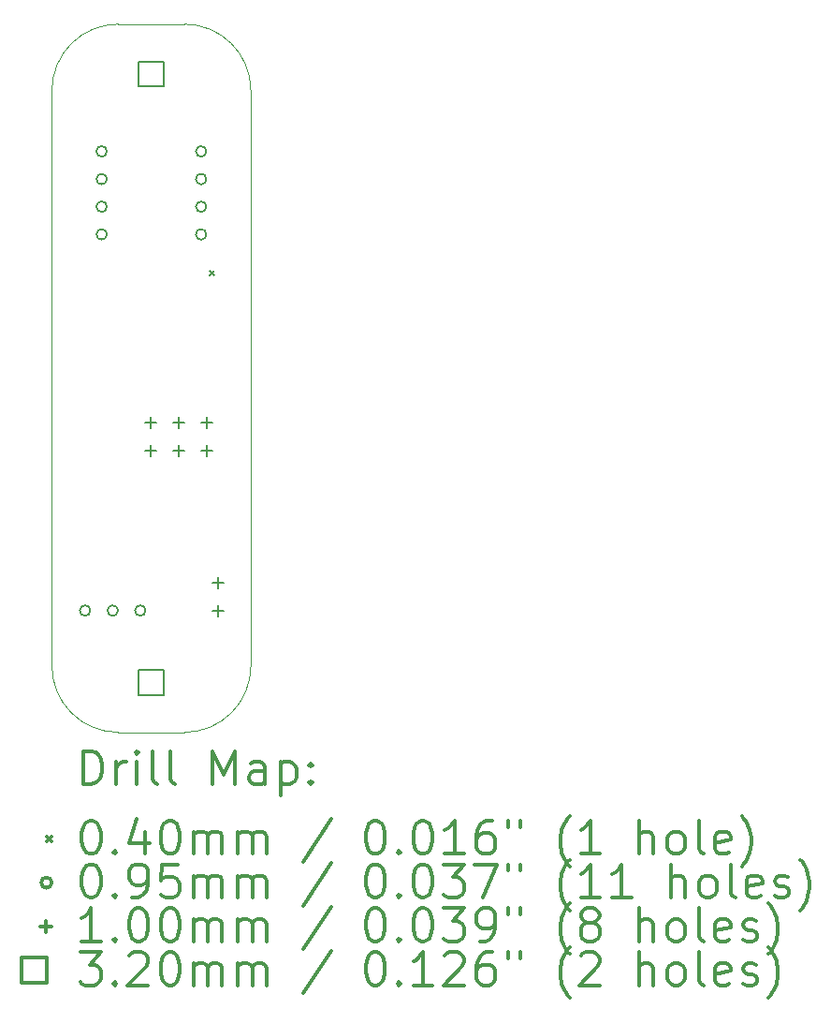
<source format=gbr>
%FSLAX45Y45*%
G04 Gerber Fmt 4.5, Leading zero omitted, Abs format (unit mm)*
G04 Created by KiCad (PCBNEW 5.1.9+dfsg1-1) date 2022-11-10 16:02:53*
%MOMM*%
%LPD*%
G01*
G04 APERTURE LIST*
%TA.AperFunction,Profile*%
%ADD10C,0.050000*%
%TD*%
%ADD11C,0.200000*%
%ADD12C,0.300000*%
G04 APERTURE END LIST*
D10*
X15300000Y-4550000D02*
G75*
G02*
X15900000Y-5150000I0J-600000D01*
G01*
X15900000Y-10350000D02*
G75*
G02*
X15300000Y-10950000I-600000J0D01*
G01*
X14700000Y-10950000D02*
G75*
G02*
X14100000Y-10350000I0J600000D01*
G01*
X14100000Y-5150000D02*
G75*
G02*
X14700000Y-4550000I600000J0D01*
G01*
X14100000Y-5150000D02*
X14100000Y-10350000D01*
X15300000Y-4550000D02*
X14700000Y-4550000D01*
X15900000Y-10350000D02*
X15900000Y-5150000D01*
X14700000Y-10950000D02*
X15300000Y-10950000D01*
D11*
X15530000Y-6780000D02*
X15570000Y-6820000D01*
X15570000Y-6780000D02*
X15530000Y-6820000D01*
X14447500Y-9850000D02*
G75*
G03*
X14447500Y-9850000I-47500J0D01*
G01*
X14597500Y-5700000D02*
G75*
G03*
X14597500Y-5700000I-47500J0D01*
G01*
X14597500Y-5950000D02*
G75*
G03*
X14597500Y-5950000I-47500J0D01*
G01*
X14597500Y-6200000D02*
G75*
G03*
X14597500Y-6200000I-47500J0D01*
G01*
X14597500Y-6450000D02*
G75*
G03*
X14597500Y-6450000I-47500J0D01*
G01*
X14697500Y-9850000D02*
G75*
G03*
X14697500Y-9850000I-47500J0D01*
G01*
X14947500Y-9850000D02*
G75*
G03*
X14947500Y-9850000I-47500J0D01*
G01*
X15497500Y-5700000D02*
G75*
G03*
X15497500Y-5700000I-47500J0D01*
G01*
X15497500Y-5950000D02*
G75*
G03*
X15497500Y-5950000I-47500J0D01*
G01*
X15497500Y-6200000D02*
G75*
G03*
X15497500Y-6200000I-47500J0D01*
G01*
X15497500Y-6450000D02*
G75*
G03*
X15497500Y-6450000I-47500J0D01*
G01*
X14992000Y-8100000D02*
X14992000Y-8200000D01*
X14942000Y-8150000D02*
X15042000Y-8150000D01*
X14992000Y-8354000D02*
X14992000Y-8454000D01*
X14942000Y-8404000D02*
X15042000Y-8404000D01*
X15246000Y-8100000D02*
X15246000Y-8200000D01*
X15196000Y-8150000D02*
X15296000Y-8150000D01*
X15246000Y-8354000D02*
X15246000Y-8454000D01*
X15196000Y-8404000D02*
X15296000Y-8404000D01*
X15500000Y-8100000D02*
X15500000Y-8200000D01*
X15450000Y-8150000D02*
X15550000Y-8150000D01*
X15500000Y-8354000D02*
X15500000Y-8454000D01*
X15450000Y-8404000D02*
X15550000Y-8404000D01*
X15600000Y-9550000D02*
X15600000Y-9650000D01*
X15550000Y-9600000D02*
X15650000Y-9600000D01*
X15600000Y-9800000D02*
X15600000Y-9900000D01*
X15550000Y-9850000D02*
X15650000Y-9850000D01*
X15113138Y-5113138D02*
X15113138Y-4886862D01*
X14886862Y-4886862D01*
X14886862Y-5113138D01*
X15113138Y-5113138D01*
X15113138Y-10613138D02*
X15113138Y-10386862D01*
X14886862Y-10386862D01*
X14886862Y-10613138D01*
X15113138Y-10613138D01*
D12*
X14383928Y-11418214D02*
X14383928Y-11118214D01*
X14455357Y-11118214D01*
X14498214Y-11132500D01*
X14526786Y-11161072D01*
X14541071Y-11189643D01*
X14555357Y-11246786D01*
X14555357Y-11289643D01*
X14541071Y-11346786D01*
X14526786Y-11375357D01*
X14498214Y-11403929D01*
X14455357Y-11418214D01*
X14383928Y-11418214D01*
X14683928Y-11418214D02*
X14683928Y-11218214D01*
X14683928Y-11275357D02*
X14698214Y-11246786D01*
X14712500Y-11232500D01*
X14741071Y-11218214D01*
X14769643Y-11218214D01*
X14869643Y-11418214D02*
X14869643Y-11218214D01*
X14869643Y-11118214D02*
X14855357Y-11132500D01*
X14869643Y-11146786D01*
X14883928Y-11132500D01*
X14869643Y-11118214D01*
X14869643Y-11146786D01*
X15055357Y-11418214D02*
X15026786Y-11403929D01*
X15012500Y-11375357D01*
X15012500Y-11118214D01*
X15212500Y-11418214D02*
X15183928Y-11403929D01*
X15169643Y-11375357D01*
X15169643Y-11118214D01*
X15555357Y-11418214D02*
X15555357Y-11118214D01*
X15655357Y-11332500D01*
X15755357Y-11118214D01*
X15755357Y-11418214D01*
X16026786Y-11418214D02*
X16026786Y-11261071D01*
X16012500Y-11232500D01*
X15983928Y-11218214D01*
X15926786Y-11218214D01*
X15898214Y-11232500D01*
X16026786Y-11403929D02*
X15998214Y-11418214D01*
X15926786Y-11418214D01*
X15898214Y-11403929D01*
X15883928Y-11375357D01*
X15883928Y-11346786D01*
X15898214Y-11318214D01*
X15926786Y-11303929D01*
X15998214Y-11303929D01*
X16026786Y-11289643D01*
X16169643Y-11218214D02*
X16169643Y-11518214D01*
X16169643Y-11232500D02*
X16198214Y-11218214D01*
X16255357Y-11218214D01*
X16283928Y-11232500D01*
X16298214Y-11246786D01*
X16312500Y-11275357D01*
X16312500Y-11361071D01*
X16298214Y-11389643D01*
X16283928Y-11403929D01*
X16255357Y-11418214D01*
X16198214Y-11418214D01*
X16169643Y-11403929D01*
X16441071Y-11389643D02*
X16455357Y-11403929D01*
X16441071Y-11418214D01*
X16426786Y-11403929D01*
X16441071Y-11389643D01*
X16441071Y-11418214D01*
X16441071Y-11232500D02*
X16455357Y-11246786D01*
X16441071Y-11261071D01*
X16426786Y-11246786D01*
X16441071Y-11232500D01*
X16441071Y-11261071D01*
X14057500Y-11892500D02*
X14097500Y-11932500D01*
X14097500Y-11892500D02*
X14057500Y-11932500D01*
X14441071Y-11748214D02*
X14469643Y-11748214D01*
X14498214Y-11762500D01*
X14512500Y-11776786D01*
X14526786Y-11805357D01*
X14541071Y-11862500D01*
X14541071Y-11933929D01*
X14526786Y-11991071D01*
X14512500Y-12019643D01*
X14498214Y-12033929D01*
X14469643Y-12048214D01*
X14441071Y-12048214D01*
X14412500Y-12033929D01*
X14398214Y-12019643D01*
X14383928Y-11991071D01*
X14369643Y-11933929D01*
X14369643Y-11862500D01*
X14383928Y-11805357D01*
X14398214Y-11776786D01*
X14412500Y-11762500D01*
X14441071Y-11748214D01*
X14669643Y-12019643D02*
X14683928Y-12033929D01*
X14669643Y-12048214D01*
X14655357Y-12033929D01*
X14669643Y-12019643D01*
X14669643Y-12048214D01*
X14941071Y-11848214D02*
X14941071Y-12048214D01*
X14869643Y-11733929D02*
X14798214Y-11948214D01*
X14983928Y-11948214D01*
X15155357Y-11748214D02*
X15183928Y-11748214D01*
X15212500Y-11762500D01*
X15226786Y-11776786D01*
X15241071Y-11805357D01*
X15255357Y-11862500D01*
X15255357Y-11933929D01*
X15241071Y-11991071D01*
X15226786Y-12019643D01*
X15212500Y-12033929D01*
X15183928Y-12048214D01*
X15155357Y-12048214D01*
X15126786Y-12033929D01*
X15112500Y-12019643D01*
X15098214Y-11991071D01*
X15083928Y-11933929D01*
X15083928Y-11862500D01*
X15098214Y-11805357D01*
X15112500Y-11776786D01*
X15126786Y-11762500D01*
X15155357Y-11748214D01*
X15383928Y-12048214D02*
X15383928Y-11848214D01*
X15383928Y-11876786D02*
X15398214Y-11862500D01*
X15426786Y-11848214D01*
X15469643Y-11848214D01*
X15498214Y-11862500D01*
X15512500Y-11891071D01*
X15512500Y-12048214D01*
X15512500Y-11891071D02*
X15526786Y-11862500D01*
X15555357Y-11848214D01*
X15598214Y-11848214D01*
X15626786Y-11862500D01*
X15641071Y-11891071D01*
X15641071Y-12048214D01*
X15783928Y-12048214D02*
X15783928Y-11848214D01*
X15783928Y-11876786D02*
X15798214Y-11862500D01*
X15826786Y-11848214D01*
X15869643Y-11848214D01*
X15898214Y-11862500D01*
X15912500Y-11891071D01*
X15912500Y-12048214D01*
X15912500Y-11891071D02*
X15926786Y-11862500D01*
X15955357Y-11848214D01*
X15998214Y-11848214D01*
X16026786Y-11862500D01*
X16041071Y-11891071D01*
X16041071Y-12048214D01*
X16626786Y-11733929D02*
X16369643Y-12119643D01*
X17012500Y-11748214D02*
X17041071Y-11748214D01*
X17069643Y-11762500D01*
X17083928Y-11776786D01*
X17098214Y-11805357D01*
X17112500Y-11862500D01*
X17112500Y-11933929D01*
X17098214Y-11991071D01*
X17083928Y-12019643D01*
X17069643Y-12033929D01*
X17041071Y-12048214D01*
X17012500Y-12048214D01*
X16983928Y-12033929D01*
X16969643Y-12019643D01*
X16955357Y-11991071D01*
X16941071Y-11933929D01*
X16941071Y-11862500D01*
X16955357Y-11805357D01*
X16969643Y-11776786D01*
X16983928Y-11762500D01*
X17012500Y-11748214D01*
X17241071Y-12019643D02*
X17255357Y-12033929D01*
X17241071Y-12048214D01*
X17226786Y-12033929D01*
X17241071Y-12019643D01*
X17241071Y-12048214D01*
X17441071Y-11748214D02*
X17469643Y-11748214D01*
X17498214Y-11762500D01*
X17512500Y-11776786D01*
X17526786Y-11805357D01*
X17541071Y-11862500D01*
X17541071Y-11933929D01*
X17526786Y-11991071D01*
X17512500Y-12019643D01*
X17498214Y-12033929D01*
X17469643Y-12048214D01*
X17441071Y-12048214D01*
X17412500Y-12033929D01*
X17398214Y-12019643D01*
X17383928Y-11991071D01*
X17369643Y-11933929D01*
X17369643Y-11862500D01*
X17383928Y-11805357D01*
X17398214Y-11776786D01*
X17412500Y-11762500D01*
X17441071Y-11748214D01*
X17826786Y-12048214D02*
X17655357Y-12048214D01*
X17741071Y-12048214D02*
X17741071Y-11748214D01*
X17712500Y-11791071D01*
X17683928Y-11819643D01*
X17655357Y-11833929D01*
X18083928Y-11748214D02*
X18026786Y-11748214D01*
X17998214Y-11762500D01*
X17983928Y-11776786D01*
X17955357Y-11819643D01*
X17941071Y-11876786D01*
X17941071Y-11991071D01*
X17955357Y-12019643D01*
X17969643Y-12033929D01*
X17998214Y-12048214D01*
X18055357Y-12048214D01*
X18083928Y-12033929D01*
X18098214Y-12019643D01*
X18112500Y-11991071D01*
X18112500Y-11919643D01*
X18098214Y-11891071D01*
X18083928Y-11876786D01*
X18055357Y-11862500D01*
X17998214Y-11862500D01*
X17969643Y-11876786D01*
X17955357Y-11891071D01*
X17941071Y-11919643D01*
X18226786Y-11748214D02*
X18226786Y-11805357D01*
X18341071Y-11748214D02*
X18341071Y-11805357D01*
X18783928Y-12162500D02*
X18769643Y-12148214D01*
X18741071Y-12105357D01*
X18726786Y-12076786D01*
X18712500Y-12033929D01*
X18698214Y-11962500D01*
X18698214Y-11905357D01*
X18712500Y-11833929D01*
X18726786Y-11791071D01*
X18741071Y-11762500D01*
X18769643Y-11719643D01*
X18783928Y-11705357D01*
X19055357Y-12048214D02*
X18883928Y-12048214D01*
X18969643Y-12048214D02*
X18969643Y-11748214D01*
X18941071Y-11791071D01*
X18912500Y-11819643D01*
X18883928Y-11833929D01*
X19412500Y-12048214D02*
X19412500Y-11748214D01*
X19541071Y-12048214D02*
X19541071Y-11891071D01*
X19526786Y-11862500D01*
X19498214Y-11848214D01*
X19455357Y-11848214D01*
X19426786Y-11862500D01*
X19412500Y-11876786D01*
X19726786Y-12048214D02*
X19698214Y-12033929D01*
X19683928Y-12019643D01*
X19669643Y-11991071D01*
X19669643Y-11905357D01*
X19683928Y-11876786D01*
X19698214Y-11862500D01*
X19726786Y-11848214D01*
X19769643Y-11848214D01*
X19798214Y-11862500D01*
X19812500Y-11876786D01*
X19826786Y-11905357D01*
X19826786Y-11991071D01*
X19812500Y-12019643D01*
X19798214Y-12033929D01*
X19769643Y-12048214D01*
X19726786Y-12048214D01*
X19998214Y-12048214D02*
X19969643Y-12033929D01*
X19955357Y-12005357D01*
X19955357Y-11748214D01*
X20226786Y-12033929D02*
X20198214Y-12048214D01*
X20141071Y-12048214D01*
X20112500Y-12033929D01*
X20098214Y-12005357D01*
X20098214Y-11891071D01*
X20112500Y-11862500D01*
X20141071Y-11848214D01*
X20198214Y-11848214D01*
X20226786Y-11862500D01*
X20241071Y-11891071D01*
X20241071Y-11919643D01*
X20098214Y-11948214D01*
X20341071Y-12162500D02*
X20355357Y-12148214D01*
X20383928Y-12105357D01*
X20398214Y-12076786D01*
X20412500Y-12033929D01*
X20426786Y-11962500D01*
X20426786Y-11905357D01*
X20412500Y-11833929D01*
X20398214Y-11791071D01*
X20383928Y-11762500D01*
X20355357Y-11719643D01*
X20341071Y-11705357D01*
X14097500Y-12308500D02*
G75*
G03*
X14097500Y-12308500I-47500J0D01*
G01*
X14441071Y-12144214D02*
X14469643Y-12144214D01*
X14498214Y-12158500D01*
X14512500Y-12172786D01*
X14526786Y-12201357D01*
X14541071Y-12258500D01*
X14541071Y-12329929D01*
X14526786Y-12387071D01*
X14512500Y-12415643D01*
X14498214Y-12429929D01*
X14469643Y-12444214D01*
X14441071Y-12444214D01*
X14412500Y-12429929D01*
X14398214Y-12415643D01*
X14383928Y-12387071D01*
X14369643Y-12329929D01*
X14369643Y-12258500D01*
X14383928Y-12201357D01*
X14398214Y-12172786D01*
X14412500Y-12158500D01*
X14441071Y-12144214D01*
X14669643Y-12415643D02*
X14683928Y-12429929D01*
X14669643Y-12444214D01*
X14655357Y-12429929D01*
X14669643Y-12415643D01*
X14669643Y-12444214D01*
X14826786Y-12444214D02*
X14883928Y-12444214D01*
X14912500Y-12429929D01*
X14926786Y-12415643D01*
X14955357Y-12372786D01*
X14969643Y-12315643D01*
X14969643Y-12201357D01*
X14955357Y-12172786D01*
X14941071Y-12158500D01*
X14912500Y-12144214D01*
X14855357Y-12144214D01*
X14826786Y-12158500D01*
X14812500Y-12172786D01*
X14798214Y-12201357D01*
X14798214Y-12272786D01*
X14812500Y-12301357D01*
X14826786Y-12315643D01*
X14855357Y-12329929D01*
X14912500Y-12329929D01*
X14941071Y-12315643D01*
X14955357Y-12301357D01*
X14969643Y-12272786D01*
X15241071Y-12144214D02*
X15098214Y-12144214D01*
X15083928Y-12287071D01*
X15098214Y-12272786D01*
X15126786Y-12258500D01*
X15198214Y-12258500D01*
X15226786Y-12272786D01*
X15241071Y-12287071D01*
X15255357Y-12315643D01*
X15255357Y-12387071D01*
X15241071Y-12415643D01*
X15226786Y-12429929D01*
X15198214Y-12444214D01*
X15126786Y-12444214D01*
X15098214Y-12429929D01*
X15083928Y-12415643D01*
X15383928Y-12444214D02*
X15383928Y-12244214D01*
X15383928Y-12272786D02*
X15398214Y-12258500D01*
X15426786Y-12244214D01*
X15469643Y-12244214D01*
X15498214Y-12258500D01*
X15512500Y-12287071D01*
X15512500Y-12444214D01*
X15512500Y-12287071D02*
X15526786Y-12258500D01*
X15555357Y-12244214D01*
X15598214Y-12244214D01*
X15626786Y-12258500D01*
X15641071Y-12287071D01*
X15641071Y-12444214D01*
X15783928Y-12444214D02*
X15783928Y-12244214D01*
X15783928Y-12272786D02*
X15798214Y-12258500D01*
X15826786Y-12244214D01*
X15869643Y-12244214D01*
X15898214Y-12258500D01*
X15912500Y-12287071D01*
X15912500Y-12444214D01*
X15912500Y-12287071D02*
X15926786Y-12258500D01*
X15955357Y-12244214D01*
X15998214Y-12244214D01*
X16026786Y-12258500D01*
X16041071Y-12287071D01*
X16041071Y-12444214D01*
X16626786Y-12129929D02*
X16369643Y-12515643D01*
X17012500Y-12144214D02*
X17041071Y-12144214D01*
X17069643Y-12158500D01*
X17083928Y-12172786D01*
X17098214Y-12201357D01*
X17112500Y-12258500D01*
X17112500Y-12329929D01*
X17098214Y-12387071D01*
X17083928Y-12415643D01*
X17069643Y-12429929D01*
X17041071Y-12444214D01*
X17012500Y-12444214D01*
X16983928Y-12429929D01*
X16969643Y-12415643D01*
X16955357Y-12387071D01*
X16941071Y-12329929D01*
X16941071Y-12258500D01*
X16955357Y-12201357D01*
X16969643Y-12172786D01*
X16983928Y-12158500D01*
X17012500Y-12144214D01*
X17241071Y-12415643D02*
X17255357Y-12429929D01*
X17241071Y-12444214D01*
X17226786Y-12429929D01*
X17241071Y-12415643D01*
X17241071Y-12444214D01*
X17441071Y-12144214D02*
X17469643Y-12144214D01*
X17498214Y-12158500D01*
X17512500Y-12172786D01*
X17526786Y-12201357D01*
X17541071Y-12258500D01*
X17541071Y-12329929D01*
X17526786Y-12387071D01*
X17512500Y-12415643D01*
X17498214Y-12429929D01*
X17469643Y-12444214D01*
X17441071Y-12444214D01*
X17412500Y-12429929D01*
X17398214Y-12415643D01*
X17383928Y-12387071D01*
X17369643Y-12329929D01*
X17369643Y-12258500D01*
X17383928Y-12201357D01*
X17398214Y-12172786D01*
X17412500Y-12158500D01*
X17441071Y-12144214D01*
X17641071Y-12144214D02*
X17826786Y-12144214D01*
X17726786Y-12258500D01*
X17769643Y-12258500D01*
X17798214Y-12272786D01*
X17812500Y-12287071D01*
X17826786Y-12315643D01*
X17826786Y-12387071D01*
X17812500Y-12415643D01*
X17798214Y-12429929D01*
X17769643Y-12444214D01*
X17683928Y-12444214D01*
X17655357Y-12429929D01*
X17641071Y-12415643D01*
X17926786Y-12144214D02*
X18126786Y-12144214D01*
X17998214Y-12444214D01*
X18226786Y-12144214D02*
X18226786Y-12201357D01*
X18341071Y-12144214D02*
X18341071Y-12201357D01*
X18783928Y-12558500D02*
X18769643Y-12544214D01*
X18741071Y-12501357D01*
X18726786Y-12472786D01*
X18712500Y-12429929D01*
X18698214Y-12358500D01*
X18698214Y-12301357D01*
X18712500Y-12229929D01*
X18726786Y-12187071D01*
X18741071Y-12158500D01*
X18769643Y-12115643D01*
X18783928Y-12101357D01*
X19055357Y-12444214D02*
X18883928Y-12444214D01*
X18969643Y-12444214D02*
X18969643Y-12144214D01*
X18941071Y-12187071D01*
X18912500Y-12215643D01*
X18883928Y-12229929D01*
X19341071Y-12444214D02*
X19169643Y-12444214D01*
X19255357Y-12444214D02*
X19255357Y-12144214D01*
X19226786Y-12187071D01*
X19198214Y-12215643D01*
X19169643Y-12229929D01*
X19698214Y-12444214D02*
X19698214Y-12144214D01*
X19826786Y-12444214D02*
X19826786Y-12287071D01*
X19812500Y-12258500D01*
X19783928Y-12244214D01*
X19741071Y-12244214D01*
X19712500Y-12258500D01*
X19698214Y-12272786D01*
X20012500Y-12444214D02*
X19983928Y-12429929D01*
X19969643Y-12415643D01*
X19955357Y-12387071D01*
X19955357Y-12301357D01*
X19969643Y-12272786D01*
X19983928Y-12258500D01*
X20012500Y-12244214D01*
X20055357Y-12244214D01*
X20083928Y-12258500D01*
X20098214Y-12272786D01*
X20112500Y-12301357D01*
X20112500Y-12387071D01*
X20098214Y-12415643D01*
X20083928Y-12429929D01*
X20055357Y-12444214D01*
X20012500Y-12444214D01*
X20283928Y-12444214D02*
X20255357Y-12429929D01*
X20241071Y-12401357D01*
X20241071Y-12144214D01*
X20512500Y-12429929D02*
X20483928Y-12444214D01*
X20426786Y-12444214D01*
X20398214Y-12429929D01*
X20383928Y-12401357D01*
X20383928Y-12287071D01*
X20398214Y-12258500D01*
X20426786Y-12244214D01*
X20483928Y-12244214D01*
X20512500Y-12258500D01*
X20526786Y-12287071D01*
X20526786Y-12315643D01*
X20383928Y-12344214D01*
X20641071Y-12429929D02*
X20669643Y-12444214D01*
X20726786Y-12444214D01*
X20755357Y-12429929D01*
X20769643Y-12401357D01*
X20769643Y-12387071D01*
X20755357Y-12358500D01*
X20726786Y-12344214D01*
X20683928Y-12344214D01*
X20655357Y-12329929D01*
X20641071Y-12301357D01*
X20641071Y-12287071D01*
X20655357Y-12258500D01*
X20683928Y-12244214D01*
X20726786Y-12244214D01*
X20755357Y-12258500D01*
X20869643Y-12558500D02*
X20883928Y-12544214D01*
X20912500Y-12501357D01*
X20926786Y-12472786D01*
X20941071Y-12429929D01*
X20955357Y-12358500D01*
X20955357Y-12301357D01*
X20941071Y-12229929D01*
X20926786Y-12187071D01*
X20912500Y-12158500D01*
X20883928Y-12115643D01*
X20869643Y-12101357D01*
X14047500Y-12654500D02*
X14047500Y-12754500D01*
X13997500Y-12704500D02*
X14097500Y-12704500D01*
X14541071Y-12840214D02*
X14369643Y-12840214D01*
X14455357Y-12840214D02*
X14455357Y-12540214D01*
X14426786Y-12583071D01*
X14398214Y-12611643D01*
X14369643Y-12625929D01*
X14669643Y-12811643D02*
X14683928Y-12825929D01*
X14669643Y-12840214D01*
X14655357Y-12825929D01*
X14669643Y-12811643D01*
X14669643Y-12840214D01*
X14869643Y-12540214D02*
X14898214Y-12540214D01*
X14926786Y-12554500D01*
X14941071Y-12568786D01*
X14955357Y-12597357D01*
X14969643Y-12654500D01*
X14969643Y-12725929D01*
X14955357Y-12783071D01*
X14941071Y-12811643D01*
X14926786Y-12825929D01*
X14898214Y-12840214D01*
X14869643Y-12840214D01*
X14841071Y-12825929D01*
X14826786Y-12811643D01*
X14812500Y-12783071D01*
X14798214Y-12725929D01*
X14798214Y-12654500D01*
X14812500Y-12597357D01*
X14826786Y-12568786D01*
X14841071Y-12554500D01*
X14869643Y-12540214D01*
X15155357Y-12540214D02*
X15183928Y-12540214D01*
X15212500Y-12554500D01*
X15226786Y-12568786D01*
X15241071Y-12597357D01*
X15255357Y-12654500D01*
X15255357Y-12725929D01*
X15241071Y-12783071D01*
X15226786Y-12811643D01*
X15212500Y-12825929D01*
X15183928Y-12840214D01*
X15155357Y-12840214D01*
X15126786Y-12825929D01*
X15112500Y-12811643D01*
X15098214Y-12783071D01*
X15083928Y-12725929D01*
X15083928Y-12654500D01*
X15098214Y-12597357D01*
X15112500Y-12568786D01*
X15126786Y-12554500D01*
X15155357Y-12540214D01*
X15383928Y-12840214D02*
X15383928Y-12640214D01*
X15383928Y-12668786D02*
X15398214Y-12654500D01*
X15426786Y-12640214D01*
X15469643Y-12640214D01*
X15498214Y-12654500D01*
X15512500Y-12683071D01*
X15512500Y-12840214D01*
X15512500Y-12683071D02*
X15526786Y-12654500D01*
X15555357Y-12640214D01*
X15598214Y-12640214D01*
X15626786Y-12654500D01*
X15641071Y-12683071D01*
X15641071Y-12840214D01*
X15783928Y-12840214D02*
X15783928Y-12640214D01*
X15783928Y-12668786D02*
X15798214Y-12654500D01*
X15826786Y-12640214D01*
X15869643Y-12640214D01*
X15898214Y-12654500D01*
X15912500Y-12683071D01*
X15912500Y-12840214D01*
X15912500Y-12683071D02*
X15926786Y-12654500D01*
X15955357Y-12640214D01*
X15998214Y-12640214D01*
X16026786Y-12654500D01*
X16041071Y-12683071D01*
X16041071Y-12840214D01*
X16626786Y-12525929D02*
X16369643Y-12911643D01*
X17012500Y-12540214D02*
X17041071Y-12540214D01*
X17069643Y-12554500D01*
X17083928Y-12568786D01*
X17098214Y-12597357D01*
X17112500Y-12654500D01*
X17112500Y-12725929D01*
X17098214Y-12783071D01*
X17083928Y-12811643D01*
X17069643Y-12825929D01*
X17041071Y-12840214D01*
X17012500Y-12840214D01*
X16983928Y-12825929D01*
X16969643Y-12811643D01*
X16955357Y-12783071D01*
X16941071Y-12725929D01*
X16941071Y-12654500D01*
X16955357Y-12597357D01*
X16969643Y-12568786D01*
X16983928Y-12554500D01*
X17012500Y-12540214D01*
X17241071Y-12811643D02*
X17255357Y-12825929D01*
X17241071Y-12840214D01*
X17226786Y-12825929D01*
X17241071Y-12811643D01*
X17241071Y-12840214D01*
X17441071Y-12540214D02*
X17469643Y-12540214D01*
X17498214Y-12554500D01*
X17512500Y-12568786D01*
X17526786Y-12597357D01*
X17541071Y-12654500D01*
X17541071Y-12725929D01*
X17526786Y-12783071D01*
X17512500Y-12811643D01*
X17498214Y-12825929D01*
X17469643Y-12840214D01*
X17441071Y-12840214D01*
X17412500Y-12825929D01*
X17398214Y-12811643D01*
X17383928Y-12783071D01*
X17369643Y-12725929D01*
X17369643Y-12654500D01*
X17383928Y-12597357D01*
X17398214Y-12568786D01*
X17412500Y-12554500D01*
X17441071Y-12540214D01*
X17641071Y-12540214D02*
X17826786Y-12540214D01*
X17726786Y-12654500D01*
X17769643Y-12654500D01*
X17798214Y-12668786D01*
X17812500Y-12683071D01*
X17826786Y-12711643D01*
X17826786Y-12783071D01*
X17812500Y-12811643D01*
X17798214Y-12825929D01*
X17769643Y-12840214D01*
X17683928Y-12840214D01*
X17655357Y-12825929D01*
X17641071Y-12811643D01*
X17969643Y-12840214D02*
X18026786Y-12840214D01*
X18055357Y-12825929D01*
X18069643Y-12811643D01*
X18098214Y-12768786D01*
X18112500Y-12711643D01*
X18112500Y-12597357D01*
X18098214Y-12568786D01*
X18083928Y-12554500D01*
X18055357Y-12540214D01*
X17998214Y-12540214D01*
X17969643Y-12554500D01*
X17955357Y-12568786D01*
X17941071Y-12597357D01*
X17941071Y-12668786D01*
X17955357Y-12697357D01*
X17969643Y-12711643D01*
X17998214Y-12725929D01*
X18055357Y-12725929D01*
X18083928Y-12711643D01*
X18098214Y-12697357D01*
X18112500Y-12668786D01*
X18226786Y-12540214D02*
X18226786Y-12597357D01*
X18341071Y-12540214D02*
X18341071Y-12597357D01*
X18783928Y-12954500D02*
X18769643Y-12940214D01*
X18741071Y-12897357D01*
X18726786Y-12868786D01*
X18712500Y-12825929D01*
X18698214Y-12754500D01*
X18698214Y-12697357D01*
X18712500Y-12625929D01*
X18726786Y-12583071D01*
X18741071Y-12554500D01*
X18769643Y-12511643D01*
X18783928Y-12497357D01*
X18941071Y-12668786D02*
X18912500Y-12654500D01*
X18898214Y-12640214D01*
X18883928Y-12611643D01*
X18883928Y-12597357D01*
X18898214Y-12568786D01*
X18912500Y-12554500D01*
X18941071Y-12540214D01*
X18998214Y-12540214D01*
X19026786Y-12554500D01*
X19041071Y-12568786D01*
X19055357Y-12597357D01*
X19055357Y-12611643D01*
X19041071Y-12640214D01*
X19026786Y-12654500D01*
X18998214Y-12668786D01*
X18941071Y-12668786D01*
X18912500Y-12683071D01*
X18898214Y-12697357D01*
X18883928Y-12725929D01*
X18883928Y-12783071D01*
X18898214Y-12811643D01*
X18912500Y-12825929D01*
X18941071Y-12840214D01*
X18998214Y-12840214D01*
X19026786Y-12825929D01*
X19041071Y-12811643D01*
X19055357Y-12783071D01*
X19055357Y-12725929D01*
X19041071Y-12697357D01*
X19026786Y-12683071D01*
X18998214Y-12668786D01*
X19412500Y-12840214D02*
X19412500Y-12540214D01*
X19541071Y-12840214D02*
X19541071Y-12683071D01*
X19526786Y-12654500D01*
X19498214Y-12640214D01*
X19455357Y-12640214D01*
X19426786Y-12654500D01*
X19412500Y-12668786D01*
X19726786Y-12840214D02*
X19698214Y-12825929D01*
X19683928Y-12811643D01*
X19669643Y-12783071D01*
X19669643Y-12697357D01*
X19683928Y-12668786D01*
X19698214Y-12654500D01*
X19726786Y-12640214D01*
X19769643Y-12640214D01*
X19798214Y-12654500D01*
X19812500Y-12668786D01*
X19826786Y-12697357D01*
X19826786Y-12783071D01*
X19812500Y-12811643D01*
X19798214Y-12825929D01*
X19769643Y-12840214D01*
X19726786Y-12840214D01*
X19998214Y-12840214D02*
X19969643Y-12825929D01*
X19955357Y-12797357D01*
X19955357Y-12540214D01*
X20226786Y-12825929D02*
X20198214Y-12840214D01*
X20141071Y-12840214D01*
X20112500Y-12825929D01*
X20098214Y-12797357D01*
X20098214Y-12683071D01*
X20112500Y-12654500D01*
X20141071Y-12640214D01*
X20198214Y-12640214D01*
X20226786Y-12654500D01*
X20241071Y-12683071D01*
X20241071Y-12711643D01*
X20098214Y-12740214D01*
X20355357Y-12825929D02*
X20383928Y-12840214D01*
X20441071Y-12840214D01*
X20469643Y-12825929D01*
X20483928Y-12797357D01*
X20483928Y-12783071D01*
X20469643Y-12754500D01*
X20441071Y-12740214D01*
X20398214Y-12740214D01*
X20369643Y-12725929D01*
X20355357Y-12697357D01*
X20355357Y-12683071D01*
X20369643Y-12654500D01*
X20398214Y-12640214D01*
X20441071Y-12640214D01*
X20469643Y-12654500D01*
X20583928Y-12954500D02*
X20598214Y-12940214D01*
X20626786Y-12897357D01*
X20641071Y-12868786D01*
X20655357Y-12825929D01*
X20669643Y-12754500D01*
X20669643Y-12697357D01*
X20655357Y-12625929D01*
X20641071Y-12583071D01*
X20626786Y-12554500D01*
X20598214Y-12511643D01*
X20583928Y-12497357D01*
X14050638Y-13213638D02*
X14050638Y-12987362D01*
X13824362Y-12987362D01*
X13824362Y-13213638D01*
X14050638Y-13213638D01*
X14355357Y-12936214D02*
X14541071Y-12936214D01*
X14441071Y-13050500D01*
X14483928Y-13050500D01*
X14512500Y-13064786D01*
X14526786Y-13079071D01*
X14541071Y-13107643D01*
X14541071Y-13179071D01*
X14526786Y-13207643D01*
X14512500Y-13221929D01*
X14483928Y-13236214D01*
X14398214Y-13236214D01*
X14369643Y-13221929D01*
X14355357Y-13207643D01*
X14669643Y-13207643D02*
X14683928Y-13221929D01*
X14669643Y-13236214D01*
X14655357Y-13221929D01*
X14669643Y-13207643D01*
X14669643Y-13236214D01*
X14798214Y-12964786D02*
X14812500Y-12950500D01*
X14841071Y-12936214D01*
X14912500Y-12936214D01*
X14941071Y-12950500D01*
X14955357Y-12964786D01*
X14969643Y-12993357D01*
X14969643Y-13021929D01*
X14955357Y-13064786D01*
X14783928Y-13236214D01*
X14969643Y-13236214D01*
X15155357Y-12936214D02*
X15183928Y-12936214D01*
X15212500Y-12950500D01*
X15226786Y-12964786D01*
X15241071Y-12993357D01*
X15255357Y-13050500D01*
X15255357Y-13121929D01*
X15241071Y-13179071D01*
X15226786Y-13207643D01*
X15212500Y-13221929D01*
X15183928Y-13236214D01*
X15155357Y-13236214D01*
X15126786Y-13221929D01*
X15112500Y-13207643D01*
X15098214Y-13179071D01*
X15083928Y-13121929D01*
X15083928Y-13050500D01*
X15098214Y-12993357D01*
X15112500Y-12964786D01*
X15126786Y-12950500D01*
X15155357Y-12936214D01*
X15383928Y-13236214D02*
X15383928Y-13036214D01*
X15383928Y-13064786D02*
X15398214Y-13050500D01*
X15426786Y-13036214D01*
X15469643Y-13036214D01*
X15498214Y-13050500D01*
X15512500Y-13079071D01*
X15512500Y-13236214D01*
X15512500Y-13079071D02*
X15526786Y-13050500D01*
X15555357Y-13036214D01*
X15598214Y-13036214D01*
X15626786Y-13050500D01*
X15641071Y-13079071D01*
X15641071Y-13236214D01*
X15783928Y-13236214D02*
X15783928Y-13036214D01*
X15783928Y-13064786D02*
X15798214Y-13050500D01*
X15826786Y-13036214D01*
X15869643Y-13036214D01*
X15898214Y-13050500D01*
X15912500Y-13079071D01*
X15912500Y-13236214D01*
X15912500Y-13079071D02*
X15926786Y-13050500D01*
X15955357Y-13036214D01*
X15998214Y-13036214D01*
X16026786Y-13050500D01*
X16041071Y-13079071D01*
X16041071Y-13236214D01*
X16626786Y-12921929D02*
X16369643Y-13307643D01*
X17012500Y-12936214D02*
X17041071Y-12936214D01*
X17069643Y-12950500D01*
X17083928Y-12964786D01*
X17098214Y-12993357D01*
X17112500Y-13050500D01*
X17112500Y-13121929D01*
X17098214Y-13179071D01*
X17083928Y-13207643D01*
X17069643Y-13221929D01*
X17041071Y-13236214D01*
X17012500Y-13236214D01*
X16983928Y-13221929D01*
X16969643Y-13207643D01*
X16955357Y-13179071D01*
X16941071Y-13121929D01*
X16941071Y-13050500D01*
X16955357Y-12993357D01*
X16969643Y-12964786D01*
X16983928Y-12950500D01*
X17012500Y-12936214D01*
X17241071Y-13207643D02*
X17255357Y-13221929D01*
X17241071Y-13236214D01*
X17226786Y-13221929D01*
X17241071Y-13207643D01*
X17241071Y-13236214D01*
X17541071Y-13236214D02*
X17369643Y-13236214D01*
X17455357Y-13236214D02*
X17455357Y-12936214D01*
X17426786Y-12979071D01*
X17398214Y-13007643D01*
X17369643Y-13021929D01*
X17655357Y-12964786D02*
X17669643Y-12950500D01*
X17698214Y-12936214D01*
X17769643Y-12936214D01*
X17798214Y-12950500D01*
X17812500Y-12964786D01*
X17826786Y-12993357D01*
X17826786Y-13021929D01*
X17812500Y-13064786D01*
X17641071Y-13236214D01*
X17826786Y-13236214D01*
X18083928Y-12936214D02*
X18026786Y-12936214D01*
X17998214Y-12950500D01*
X17983928Y-12964786D01*
X17955357Y-13007643D01*
X17941071Y-13064786D01*
X17941071Y-13179071D01*
X17955357Y-13207643D01*
X17969643Y-13221929D01*
X17998214Y-13236214D01*
X18055357Y-13236214D01*
X18083928Y-13221929D01*
X18098214Y-13207643D01*
X18112500Y-13179071D01*
X18112500Y-13107643D01*
X18098214Y-13079071D01*
X18083928Y-13064786D01*
X18055357Y-13050500D01*
X17998214Y-13050500D01*
X17969643Y-13064786D01*
X17955357Y-13079071D01*
X17941071Y-13107643D01*
X18226786Y-12936214D02*
X18226786Y-12993357D01*
X18341071Y-12936214D02*
X18341071Y-12993357D01*
X18783928Y-13350500D02*
X18769643Y-13336214D01*
X18741071Y-13293357D01*
X18726786Y-13264786D01*
X18712500Y-13221929D01*
X18698214Y-13150500D01*
X18698214Y-13093357D01*
X18712500Y-13021929D01*
X18726786Y-12979071D01*
X18741071Y-12950500D01*
X18769643Y-12907643D01*
X18783928Y-12893357D01*
X18883928Y-12964786D02*
X18898214Y-12950500D01*
X18926786Y-12936214D01*
X18998214Y-12936214D01*
X19026786Y-12950500D01*
X19041071Y-12964786D01*
X19055357Y-12993357D01*
X19055357Y-13021929D01*
X19041071Y-13064786D01*
X18869643Y-13236214D01*
X19055357Y-13236214D01*
X19412500Y-13236214D02*
X19412500Y-12936214D01*
X19541071Y-13236214D02*
X19541071Y-13079071D01*
X19526786Y-13050500D01*
X19498214Y-13036214D01*
X19455357Y-13036214D01*
X19426786Y-13050500D01*
X19412500Y-13064786D01*
X19726786Y-13236214D02*
X19698214Y-13221929D01*
X19683928Y-13207643D01*
X19669643Y-13179071D01*
X19669643Y-13093357D01*
X19683928Y-13064786D01*
X19698214Y-13050500D01*
X19726786Y-13036214D01*
X19769643Y-13036214D01*
X19798214Y-13050500D01*
X19812500Y-13064786D01*
X19826786Y-13093357D01*
X19826786Y-13179071D01*
X19812500Y-13207643D01*
X19798214Y-13221929D01*
X19769643Y-13236214D01*
X19726786Y-13236214D01*
X19998214Y-13236214D02*
X19969643Y-13221929D01*
X19955357Y-13193357D01*
X19955357Y-12936214D01*
X20226786Y-13221929D02*
X20198214Y-13236214D01*
X20141071Y-13236214D01*
X20112500Y-13221929D01*
X20098214Y-13193357D01*
X20098214Y-13079071D01*
X20112500Y-13050500D01*
X20141071Y-13036214D01*
X20198214Y-13036214D01*
X20226786Y-13050500D01*
X20241071Y-13079071D01*
X20241071Y-13107643D01*
X20098214Y-13136214D01*
X20355357Y-13221929D02*
X20383928Y-13236214D01*
X20441071Y-13236214D01*
X20469643Y-13221929D01*
X20483928Y-13193357D01*
X20483928Y-13179071D01*
X20469643Y-13150500D01*
X20441071Y-13136214D01*
X20398214Y-13136214D01*
X20369643Y-13121929D01*
X20355357Y-13093357D01*
X20355357Y-13079071D01*
X20369643Y-13050500D01*
X20398214Y-13036214D01*
X20441071Y-13036214D01*
X20469643Y-13050500D01*
X20583928Y-13350500D02*
X20598214Y-13336214D01*
X20626786Y-13293357D01*
X20641071Y-13264786D01*
X20655357Y-13221929D01*
X20669643Y-13150500D01*
X20669643Y-13093357D01*
X20655357Y-13021929D01*
X20641071Y-12979071D01*
X20626786Y-12950500D01*
X20598214Y-12907643D01*
X20583928Y-12893357D01*
M02*

</source>
